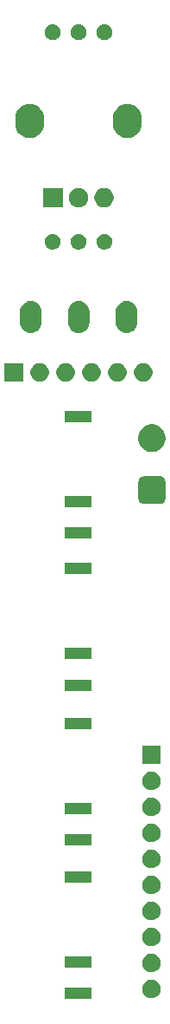
<source format=gbs>
G04 #@! TF.GenerationSoftware,KiCad,Pcbnew,(5.1.5-0-10_14)*
G04 #@! TF.CreationDate,2020-09-23T15:18:55-04:00*
G04 #@! TF.ProjectId,AYOMSM - VCA Control Board,41594f4d-534d-4202-9d20-56434120436f,1.1*
G04 #@! TF.SameCoordinates,Original*
G04 #@! TF.FileFunction,Soldermask,Bot*
G04 #@! TF.FilePolarity,Negative*
%FSLAX46Y46*%
G04 Gerber Fmt 4.6, Leading zero omitted, Abs format (unit mm)*
G04 Created by KiCad (PCBNEW (5.1.5-0-10_14)) date 2020-09-23 15:18:55*
%MOMM*%
%LPD*%
G04 APERTURE LIST*
%ADD10C,0.100000*%
G04 APERTURE END LIST*
D10*
G36*
X86772000Y-151811000D02*
G01*
X84170000Y-151811000D01*
X84170000Y-150709000D01*
X86772000Y-150709000D01*
X86772000Y-151811000D01*
G37*
G36*
X92760012Y-149928927D02*
G01*
X92909312Y-149958624D01*
X93073284Y-150026544D01*
X93220854Y-150125147D01*
X93346353Y-150250646D01*
X93444956Y-150398216D01*
X93512876Y-150562188D01*
X93547500Y-150736259D01*
X93547500Y-150913741D01*
X93512876Y-151087812D01*
X93444956Y-151251784D01*
X93346353Y-151399354D01*
X93220854Y-151524853D01*
X93073284Y-151623456D01*
X92909312Y-151691376D01*
X92760012Y-151721073D01*
X92735242Y-151726000D01*
X92557758Y-151726000D01*
X92532988Y-151721073D01*
X92383688Y-151691376D01*
X92219716Y-151623456D01*
X92072146Y-151524853D01*
X91946647Y-151399354D01*
X91848044Y-151251784D01*
X91780124Y-151087812D01*
X91745500Y-150913741D01*
X91745500Y-150736259D01*
X91780124Y-150562188D01*
X91848044Y-150398216D01*
X91946647Y-150250646D01*
X92072146Y-150125147D01*
X92219716Y-150026544D01*
X92383688Y-149958624D01*
X92532988Y-149928927D01*
X92557758Y-149924000D01*
X92735242Y-149924000D01*
X92760012Y-149928927D01*
G37*
G36*
X92760012Y-147388927D02*
G01*
X92909312Y-147418624D01*
X93073284Y-147486544D01*
X93220854Y-147585147D01*
X93346353Y-147710646D01*
X93444956Y-147858216D01*
X93512876Y-148022188D01*
X93547500Y-148196259D01*
X93547500Y-148373741D01*
X93512876Y-148547812D01*
X93444956Y-148711784D01*
X93346353Y-148859354D01*
X93220854Y-148984853D01*
X93073284Y-149083456D01*
X92909312Y-149151376D01*
X92760012Y-149181073D01*
X92735242Y-149186000D01*
X92557758Y-149186000D01*
X92532988Y-149181073D01*
X92383688Y-149151376D01*
X92219716Y-149083456D01*
X92072146Y-148984853D01*
X91946647Y-148859354D01*
X91848044Y-148711784D01*
X91780124Y-148547812D01*
X91745500Y-148373741D01*
X91745500Y-148196259D01*
X91780124Y-148022188D01*
X91848044Y-147858216D01*
X91946647Y-147710646D01*
X92072146Y-147585147D01*
X92219716Y-147486544D01*
X92383688Y-147418624D01*
X92532988Y-147388927D01*
X92557758Y-147384000D01*
X92735242Y-147384000D01*
X92760012Y-147388927D01*
G37*
G36*
X86772000Y-148711000D02*
G01*
X84170000Y-148711000D01*
X84170000Y-147609000D01*
X86772000Y-147609000D01*
X86772000Y-148711000D01*
G37*
G36*
X92760012Y-144848927D02*
G01*
X92909312Y-144878624D01*
X93073284Y-144946544D01*
X93220854Y-145045147D01*
X93346353Y-145170646D01*
X93444956Y-145318216D01*
X93512876Y-145482188D01*
X93547500Y-145656259D01*
X93547500Y-145833741D01*
X93512876Y-146007812D01*
X93444956Y-146171784D01*
X93346353Y-146319354D01*
X93220854Y-146444853D01*
X93073284Y-146543456D01*
X92909312Y-146611376D01*
X92760012Y-146641073D01*
X92735242Y-146646000D01*
X92557758Y-146646000D01*
X92532988Y-146641073D01*
X92383688Y-146611376D01*
X92219716Y-146543456D01*
X92072146Y-146444853D01*
X91946647Y-146319354D01*
X91848044Y-146171784D01*
X91780124Y-146007812D01*
X91745500Y-145833741D01*
X91745500Y-145656259D01*
X91780124Y-145482188D01*
X91848044Y-145318216D01*
X91946647Y-145170646D01*
X92072146Y-145045147D01*
X92219716Y-144946544D01*
X92383688Y-144878624D01*
X92532988Y-144848927D01*
X92557758Y-144844000D01*
X92735242Y-144844000D01*
X92760012Y-144848927D01*
G37*
G36*
X92760012Y-142308927D02*
G01*
X92909312Y-142338624D01*
X93073284Y-142406544D01*
X93220854Y-142505147D01*
X93346353Y-142630646D01*
X93444956Y-142778216D01*
X93512876Y-142942188D01*
X93547500Y-143116259D01*
X93547500Y-143293741D01*
X93512876Y-143467812D01*
X93444956Y-143631784D01*
X93346353Y-143779354D01*
X93220854Y-143904853D01*
X93073284Y-144003456D01*
X92909312Y-144071376D01*
X92760012Y-144101073D01*
X92735242Y-144106000D01*
X92557758Y-144106000D01*
X92532988Y-144101073D01*
X92383688Y-144071376D01*
X92219716Y-144003456D01*
X92072146Y-143904853D01*
X91946647Y-143779354D01*
X91848044Y-143631784D01*
X91780124Y-143467812D01*
X91745500Y-143293741D01*
X91745500Y-143116259D01*
X91780124Y-142942188D01*
X91848044Y-142778216D01*
X91946647Y-142630646D01*
X92072146Y-142505147D01*
X92219716Y-142406544D01*
X92383688Y-142338624D01*
X92532988Y-142308927D01*
X92557758Y-142304000D01*
X92735242Y-142304000D01*
X92760012Y-142308927D01*
G37*
G36*
X92760012Y-139768927D02*
G01*
X92909312Y-139798624D01*
X93073284Y-139866544D01*
X93220854Y-139965147D01*
X93346353Y-140090646D01*
X93444956Y-140238216D01*
X93512876Y-140402188D01*
X93547500Y-140576259D01*
X93547500Y-140753741D01*
X93512876Y-140927812D01*
X93444956Y-141091784D01*
X93346353Y-141239354D01*
X93220854Y-141364853D01*
X93073284Y-141463456D01*
X92909312Y-141531376D01*
X92760012Y-141561073D01*
X92735242Y-141566000D01*
X92557758Y-141566000D01*
X92532988Y-141561073D01*
X92383688Y-141531376D01*
X92219716Y-141463456D01*
X92072146Y-141364853D01*
X91946647Y-141239354D01*
X91848044Y-141091784D01*
X91780124Y-140927812D01*
X91745500Y-140753741D01*
X91745500Y-140576259D01*
X91780124Y-140402188D01*
X91848044Y-140238216D01*
X91946647Y-140090646D01*
X92072146Y-139965147D01*
X92219716Y-139866544D01*
X92383688Y-139798624D01*
X92532988Y-139768927D01*
X92557758Y-139764000D01*
X92735242Y-139764000D01*
X92760012Y-139768927D01*
G37*
G36*
X86772000Y-140411000D02*
G01*
X84170000Y-140411000D01*
X84170000Y-139309000D01*
X86772000Y-139309000D01*
X86772000Y-140411000D01*
G37*
G36*
X92760012Y-137228927D02*
G01*
X92909312Y-137258624D01*
X93073284Y-137326544D01*
X93220854Y-137425147D01*
X93346353Y-137550646D01*
X93444956Y-137698216D01*
X93512876Y-137862188D01*
X93547500Y-138036259D01*
X93547500Y-138213741D01*
X93512876Y-138387812D01*
X93444956Y-138551784D01*
X93346353Y-138699354D01*
X93220854Y-138824853D01*
X93073284Y-138923456D01*
X92909312Y-138991376D01*
X92760012Y-139021073D01*
X92735242Y-139026000D01*
X92557758Y-139026000D01*
X92532988Y-139021073D01*
X92383688Y-138991376D01*
X92219716Y-138923456D01*
X92072146Y-138824853D01*
X91946647Y-138699354D01*
X91848044Y-138551784D01*
X91780124Y-138387812D01*
X91745500Y-138213741D01*
X91745500Y-138036259D01*
X91780124Y-137862188D01*
X91848044Y-137698216D01*
X91946647Y-137550646D01*
X92072146Y-137425147D01*
X92219716Y-137326544D01*
X92383688Y-137258624D01*
X92532988Y-137228927D01*
X92557758Y-137224000D01*
X92735242Y-137224000D01*
X92760012Y-137228927D01*
G37*
G36*
X86772000Y-136825000D02*
G01*
X84170000Y-136825000D01*
X84170000Y-135723000D01*
X86772000Y-135723000D01*
X86772000Y-136825000D01*
G37*
G36*
X92760012Y-134688927D02*
G01*
X92909312Y-134718624D01*
X93073284Y-134786544D01*
X93220854Y-134885147D01*
X93346353Y-135010646D01*
X93444956Y-135158216D01*
X93512876Y-135322188D01*
X93547500Y-135496259D01*
X93547500Y-135673741D01*
X93512876Y-135847812D01*
X93444956Y-136011784D01*
X93346353Y-136159354D01*
X93220854Y-136284853D01*
X93073284Y-136383456D01*
X92909312Y-136451376D01*
X92760012Y-136481073D01*
X92735242Y-136486000D01*
X92557758Y-136486000D01*
X92532988Y-136481073D01*
X92383688Y-136451376D01*
X92219716Y-136383456D01*
X92072146Y-136284853D01*
X91946647Y-136159354D01*
X91848044Y-136011784D01*
X91780124Y-135847812D01*
X91745500Y-135673741D01*
X91745500Y-135496259D01*
X91780124Y-135322188D01*
X91848044Y-135158216D01*
X91946647Y-135010646D01*
X92072146Y-134885147D01*
X92219716Y-134786544D01*
X92383688Y-134718624D01*
X92532988Y-134688927D01*
X92557758Y-134684000D01*
X92735242Y-134684000D01*
X92760012Y-134688927D01*
G37*
G36*
X92760012Y-132148927D02*
G01*
X92909312Y-132178624D01*
X93073284Y-132246544D01*
X93220854Y-132345147D01*
X93346353Y-132470646D01*
X93444956Y-132618216D01*
X93512876Y-132782188D01*
X93547500Y-132956259D01*
X93547500Y-133133741D01*
X93512876Y-133307812D01*
X93444956Y-133471784D01*
X93346353Y-133619354D01*
X93220854Y-133744853D01*
X93073284Y-133843456D01*
X92909312Y-133911376D01*
X92760012Y-133941073D01*
X92735242Y-133946000D01*
X92557758Y-133946000D01*
X92532988Y-133941073D01*
X92383688Y-133911376D01*
X92219716Y-133843456D01*
X92072146Y-133744853D01*
X91946647Y-133619354D01*
X91848044Y-133471784D01*
X91780124Y-133307812D01*
X91745500Y-133133741D01*
X91745500Y-132956259D01*
X91780124Y-132782188D01*
X91848044Y-132618216D01*
X91946647Y-132470646D01*
X92072146Y-132345147D01*
X92219716Y-132246544D01*
X92383688Y-132178624D01*
X92532988Y-132148927D01*
X92557758Y-132144000D01*
X92735242Y-132144000D01*
X92760012Y-132148927D01*
G37*
G36*
X86772000Y-133725000D02*
G01*
X84170000Y-133725000D01*
X84170000Y-132623000D01*
X86772000Y-132623000D01*
X86772000Y-133725000D01*
G37*
G36*
X92760012Y-129608927D02*
G01*
X92909312Y-129638624D01*
X93073284Y-129706544D01*
X93220854Y-129805147D01*
X93346353Y-129930646D01*
X93444956Y-130078216D01*
X93512876Y-130242188D01*
X93547500Y-130416259D01*
X93547500Y-130593741D01*
X93512876Y-130767812D01*
X93444956Y-130931784D01*
X93346353Y-131079354D01*
X93220854Y-131204853D01*
X93073284Y-131303456D01*
X92909312Y-131371376D01*
X92760012Y-131401073D01*
X92735242Y-131406000D01*
X92557758Y-131406000D01*
X92532988Y-131401073D01*
X92383688Y-131371376D01*
X92219716Y-131303456D01*
X92072146Y-131204853D01*
X91946647Y-131079354D01*
X91848044Y-130931784D01*
X91780124Y-130767812D01*
X91745500Y-130593741D01*
X91745500Y-130416259D01*
X91780124Y-130242188D01*
X91848044Y-130078216D01*
X91946647Y-129930646D01*
X92072146Y-129805147D01*
X92219716Y-129706544D01*
X92383688Y-129638624D01*
X92532988Y-129608927D01*
X92557758Y-129604000D01*
X92735242Y-129604000D01*
X92760012Y-129608927D01*
G37*
G36*
X93547500Y-128866000D02*
G01*
X91745500Y-128866000D01*
X91745500Y-127064000D01*
X93547500Y-127064000D01*
X93547500Y-128866000D01*
G37*
G36*
X86772000Y-125425000D02*
G01*
X84170000Y-125425000D01*
X84170000Y-124323000D01*
X86772000Y-124323000D01*
X86772000Y-125425000D01*
G37*
G36*
X86772000Y-121712000D02*
G01*
X84170000Y-121712000D01*
X84170000Y-120610000D01*
X86772000Y-120610000D01*
X86772000Y-121712000D01*
G37*
G36*
X86772000Y-118612000D02*
G01*
X84170000Y-118612000D01*
X84170000Y-117510000D01*
X86772000Y-117510000D01*
X86772000Y-118612000D01*
G37*
G36*
X86772000Y-110312000D02*
G01*
X84170000Y-110312000D01*
X84170000Y-109210000D01*
X86772000Y-109210000D01*
X86772000Y-110312000D01*
G37*
G36*
X86772000Y-106853000D02*
G01*
X84170000Y-106853000D01*
X84170000Y-105751000D01*
X86772000Y-105751000D01*
X86772000Y-106853000D01*
G37*
G36*
X86772000Y-103753000D02*
G01*
X84170000Y-103753000D01*
X84170000Y-102651000D01*
X86772000Y-102651000D01*
X86772000Y-103753000D01*
G37*
G36*
X93567473Y-100769371D02*
G01*
X93682353Y-100804220D01*
X93788228Y-100860811D01*
X93881029Y-100936971D01*
X93957189Y-101029772D01*
X94013780Y-101135647D01*
X94048629Y-101250527D01*
X94061000Y-101376140D01*
X94061000Y-102839860D01*
X94048629Y-102965473D01*
X94013780Y-103080353D01*
X93957189Y-103186228D01*
X93881029Y-103279029D01*
X93788228Y-103355189D01*
X93682353Y-103411780D01*
X93567473Y-103446629D01*
X93441860Y-103459000D01*
X91978140Y-103459000D01*
X91852527Y-103446629D01*
X91737647Y-103411780D01*
X91631772Y-103355189D01*
X91538971Y-103279029D01*
X91462811Y-103186228D01*
X91406220Y-103080353D01*
X91371371Y-102965473D01*
X91359000Y-102839860D01*
X91359000Y-101376140D01*
X91371371Y-101250527D01*
X91406220Y-101135647D01*
X91462811Y-101029772D01*
X91538971Y-100936971D01*
X91631772Y-100860811D01*
X91737647Y-100804220D01*
X91852527Y-100769371D01*
X91978140Y-100757000D01*
X93441860Y-100757000D01*
X93567473Y-100769371D01*
G37*
G36*
X93104072Y-95728918D02*
G01*
X93349939Y-95830759D01*
X93571212Y-95978610D01*
X93759390Y-96166788D01*
X93907241Y-96388061D01*
X94009082Y-96633928D01*
X94061000Y-96894938D01*
X94061000Y-97161062D01*
X94009082Y-97422072D01*
X93907241Y-97667939D01*
X93759390Y-97889212D01*
X93571212Y-98077390D01*
X93349939Y-98225241D01*
X93349938Y-98225242D01*
X93349937Y-98225242D01*
X93104072Y-98327082D01*
X92843063Y-98379000D01*
X92576937Y-98379000D01*
X92315928Y-98327082D01*
X92070063Y-98225242D01*
X92070062Y-98225242D01*
X92070061Y-98225241D01*
X91848788Y-98077390D01*
X91660610Y-97889212D01*
X91512759Y-97667939D01*
X91410918Y-97422072D01*
X91359000Y-97161062D01*
X91359000Y-96894938D01*
X91410918Y-96633928D01*
X91512759Y-96388061D01*
X91660610Y-96166788D01*
X91848788Y-95978610D01*
X92070061Y-95830759D01*
X92315928Y-95728918D01*
X92576937Y-95677000D01*
X92843063Y-95677000D01*
X93104072Y-95728918D01*
G37*
G36*
X86772000Y-95453000D02*
G01*
X84170000Y-95453000D01*
X84170000Y-94351000D01*
X86772000Y-94351000D01*
X86772000Y-95453000D01*
G37*
G36*
X89423512Y-89718427D02*
G01*
X89572812Y-89748124D01*
X89736784Y-89816044D01*
X89884354Y-89914647D01*
X90009853Y-90040146D01*
X90108456Y-90187716D01*
X90176376Y-90351688D01*
X90211000Y-90525759D01*
X90211000Y-90703241D01*
X90176376Y-90877312D01*
X90108456Y-91041284D01*
X90009853Y-91188854D01*
X89884354Y-91314353D01*
X89736784Y-91412956D01*
X89572812Y-91480876D01*
X89423512Y-91510573D01*
X89398742Y-91515500D01*
X89221258Y-91515500D01*
X89196488Y-91510573D01*
X89047188Y-91480876D01*
X88883216Y-91412956D01*
X88735646Y-91314353D01*
X88610147Y-91188854D01*
X88511544Y-91041284D01*
X88443624Y-90877312D01*
X88409000Y-90703241D01*
X88409000Y-90525759D01*
X88443624Y-90351688D01*
X88511544Y-90187716D01*
X88610147Y-90040146D01*
X88735646Y-89914647D01*
X88883216Y-89816044D01*
X89047188Y-89748124D01*
X89196488Y-89718427D01*
X89221258Y-89713500D01*
X89398742Y-89713500D01*
X89423512Y-89718427D01*
G37*
G36*
X91963512Y-89718427D02*
G01*
X92112812Y-89748124D01*
X92276784Y-89816044D01*
X92424354Y-89914647D01*
X92549853Y-90040146D01*
X92648456Y-90187716D01*
X92716376Y-90351688D01*
X92751000Y-90525759D01*
X92751000Y-90703241D01*
X92716376Y-90877312D01*
X92648456Y-91041284D01*
X92549853Y-91188854D01*
X92424354Y-91314353D01*
X92276784Y-91412956D01*
X92112812Y-91480876D01*
X91963512Y-91510573D01*
X91938742Y-91515500D01*
X91761258Y-91515500D01*
X91736488Y-91510573D01*
X91587188Y-91480876D01*
X91423216Y-91412956D01*
X91275646Y-91314353D01*
X91150147Y-91188854D01*
X91051544Y-91041284D01*
X90983624Y-90877312D01*
X90949000Y-90703241D01*
X90949000Y-90525759D01*
X90983624Y-90351688D01*
X91051544Y-90187716D01*
X91150147Y-90040146D01*
X91275646Y-89914647D01*
X91423216Y-89816044D01*
X91587188Y-89748124D01*
X91736488Y-89718427D01*
X91761258Y-89713500D01*
X91938742Y-89713500D01*
X91963512Y-89718427D01*
G37*
G36*
X86883512Y-89718427D02*
G01*
X87032812Y-89748124D01*
X87196784Y-89816044D01*
X87344354Y-89914647D01*
X87469853Y-90040146D01*
X87568456Y-90187716D01*
X87636376Y-90351688D01*
X87671000Y-90525759D01*
X87671000Y-90703241D01*
X87636376Y-90877312D01*
X87568456Y-91041284D01*
X87469853Y-91188854D01*
X87344354Y-91314353D01*
X87196784Y-91412956D01*
X87032812Y-91480876D01*
X86883512Y-91510573D01*
X86858742Y-91515500D01*
X86681258Y-91515500D01*
X86656488Y-91510573D01*
X86507188Y-91480876D01*
X86343216Y-91412956D01*
X86195646Y-91314353D01*
X86070147Y-91188854D01*
X85971544Y-91041284D01*
X85903624Y-90877312D01*
X85869000Y-90703241D01*
X85869000Y-90525759D01*
X85903624Y-90351688D01*
X85971544Y-90187716D01*
X86070147Y-90040146D01*
X86195646Y-89914647D01*
X86343216Y-89816044D01*
X86507188Y-89748124D01*
X86656488Y-89718427D01*
X86681258Y-89713500D01*
X86858742Y-89713500D01*
X86883512Y-89718427D01*
G37*
G36*
X84343512Y-89718427D02*
G01*
X84492812Y-89748124D01*
X84656784Y-89816044D01*
X84804354Y-89914647D01*
X84929853Y-90040146D01*
X85028456Y-90187716D01*
X85096376Y-90351688D01*
X85131000Y-90525759D01*
X85131000Y-90703241D01*
X85096376Y-90877312D01*
X85028456Y-91041284D01*
X84929853Y-91188854D01*
X84804354Y-91314353D01*
X84656784Y-91412956D01*
X84492812Y-91480876D01*
X84343512Y-91510573D01*
X84318742Y-91515500D01*
X84141258Y-91515500D01*
X84116488Y-91510573D01*
X83967188Y-91480876D01*
X83803216Y-91412956D01*
X83655646Y-91314353D01*
X83530147Y-91188854D01*
X83431544Y-91041284D01*
X83363624Y-90877312D01*
X83329000Y-90703241D01*
X83329000Y-90525759D01*
X83363624Y-90351688D01*
X83431544Y-90187716D01*
X83530147Y-90040146D01*
X83655646Y-89914647D01*
X83803216Y-89816044D01*
X83967188Y-89748124D01*
X84116488Y-89718427D01*
X84141258Y-89713500D01*
X84318742Y-89713500D01*
X84343512Y-89718427D01*
G37*
G36*
X81803512Y-89718427D02*
G01*
X81952812Y-89748124D01*
X82116784Y-89816044D01*
X82264354Y-89914647D01*
X82389853Y-90040146D01*
X82488456Y-90187716D01*
X82556376Y-90351688D01*
X82591000Y-90525759D01*
X82591000Y-90703241D01*
X82556376Y-90877312D01*
X82488456Y-91041284D01*
X82389853Y-91188854D01*
X82264354Y-91314353D01*
X82116784Y-91412956D01*
X81952812Y-91480876D01*
X81803512Y-91510573D01*
X81778742Y-91515500D01*
X81601258Y-91515500D01*
X81576488Y-91510573D01*
X81427188Y-91480876D01*
X81263216Y-91412956D01*
X81115646Y-91314353D01*
X80990147Y-91188854D01*
X80891544Y-91041284D01*
X80823624Y-90877312D01*
X80789000Y-90703241D01*
X80789000Y-90525759D01*
X80823624Y-90351688D01*
X80891544Y-90187716D01*
X80990147Y-90040146D01*
X81115646Y-89914647D01*
X81263216Y-89816044D01*
X81427188Y-89748124D01*
X81576488Y-89718427D01*
X81601258Y-89713500D01*
X81778742Y-89713500D01*
X81803512Y-89718427D01*
G37*
G36*
X80051000Y-91515500D02*
G01*
X78249000Y-91515500D01*
X78249000Y-89713500D01*
X80051000Y-89713500D01*
X80051000Y-91515500D01*
G37*
G36*
X81028832Y-83654007D02*
G01*
X81226946Y-83714105D01*
X81226949Y-83714106D01*
X81323775Y-83765861D01*
X81409529Y-83811697D01*
X81569565Y-83943035D01*
X81700903Y-84103071D01*
X81746739Y-84188825D01*
X81798494Y-84285651D01*
X81798495Y-84285654D01*
X81858593Y-84483768D01*
X81873800Y-84638170D01*
X81873800Y-85741430D01*
X81858593Y-85895832D01*
X81798495Y-86093945D01*
X81798494Y-86093949D01*
X81746739Y-86190775D01*
X81700903Y-86276529D01*
X81569565Y-86436565D01*
X81409529Y-86567903D01*
X81292830Y-86630279D01*
X81226948Y-86665494D01*
X81226945Y-86665495D01*
X81028831Y-86725593D01*
X80822800Y-86745885D01*
X80616768Y-86725593D01*
X80418654Y-86665495D01*
X80418651Y-86665494D01*
X80321825Y-86613739D01*
X80236071Y-86567903D01*
X80076035Y-86436565D01*
X79944697Y-86276529D01*
X79847107Y-86093949D01*
X79847106Y-86093948D01*
X79847105Y-86093945D01*
X79787007Y-85895831D01*
X79771800Y-85741429D01*
X79771800Y-84638169D01*
X79787007Y-84483770D01*
X79847105Y-84285653D01*
X79921984Y-84145565D01*
X79944698Y-84103071D01*
X80076036Y-83943035D01*
X80236072Y-83811697D01*
X80321826Y-83765861D01*
X80418652Y-83714106D01*
X80418655Y-83714105D01*
X80616769Y-83654007D01*
X80822800Y-83633715D01*
X81028832Y-83654007D01*
G37*
G36*
X85728832Y-83654007D02*
G01*
X85926946Y-83714105D01*
X85926949Y-83714106D01*
X86023775Y-83765861D01*
X86109529Y-83811697D01*
X86269565Y-83943035D01*
X86400903Y-84103071D01*
X86446739Y-84188825D01*
X86498494Y-84285651D01*
X86498495Y-84285654D01*
X86558593Y-84483768D01*
X86573800Y-84638170D01*
X86573800Y-85741430D01*
X86558593Y-85895832D01*
X86498495Y-86093945D01*
X86498494Y-86093949D01*
X86446739Y-86190775D01*
X86400903Y-86276529D01*
X86269565Y-86436565D01*
X86109529Y-86567903D01*
X85992830Y-86630279D01*
X85926948Y-86665494D01*
X85926945Y-86665495D01*
X85728831Y-86725593D01*
X85522800Y-86745885D01*
X85316768Y-86725593D01*
X85118654Y-86665495D01*
X85118651Y-86665494D01*
X85021825Y-86613739D01*
X84936071Y-86567903D01*
X84776035Y-86436565D01*
X84644697Y-86276529D01*
X84547107Y-86093949D01*
X84547106Y-86093948D01*
X84547105Y-86093945D01*
X84487007Y-85895831D01*
X84471800Y-85741429D01*
X84471800Y-84638169D01*
X84487007Y-84483770D01*
X84547105Y-84285653D01*
X84621984Y-84145565D01*
X84644698Y-84103071D01*
X84776036Y-83943035D01*
X84936072Y-83811697D01*
X85021826Y-83765861D01*
X85118652Y-83714106D01*
X85118655Y-83714105D01*
X85316769Y-83654007D01*
X85522800Y-83633715D01*
X85728832Y-83654007D01*
G37*
G36*
X90428832Y-83654007D02*
G01*
X90626946Y-83714105D01*
X90626949Y-83714106D01*
X90723775Y-83765861D01*
X90809529Y-83811697D01*
X90969565Y-83943035D01*
X91100903Y-84103071D01*
X91146739Y-84188825D01*
X91198494Y-84285651D01*
X91198495Y-84285654D01*
X91258593Y-84483768D01*
X91273800Y-84638170D01*
X91273800Y-85741430D01*
X91258593Y-85895832D01*
X91198495Y-86093945D01*
X91198494Y-86093949D01*
X91146739Y-86190775D01*
X91100903Y-86276529D01*
X90969565Y-86436565D01*
X90809529Y-86567903D01*
X90692830Y-86630279D01*
X90626948Y-86665494D01*
X90626945Y-86665495D01*
X90428831Y-86725593D01*
X90222800Y-86745885D01*
X90016768Y-86725593D01*
X89818654Y-86665495D01*
X89818651Y-86665494D01*
X89721825Y-86613739D01*
X89636071Y-86567903D01*
X89476035Y-86436565D01*
X89344697Y-86276529D01*
X89247107Y-86093949D01*
X89247106Y-86093948D01*
X89247105Y-86093945D01*
X89187007Y-85895831D01*
X89171800Y-85741429D01*
X89171800Y-84638169D01*
X89187007Y-84483770D01*
X89247105Y-84285653D01*
X89321984Y-84145565D01*
X89344698Y-84103071D01*
X89476036Y-83943035D01*
X89636072Y-83811697D01*
X89721826Y-83765861D01*
X89818652Y-83714106D01*
X89818655Y-83714105D01*
X90016769Y-83654007D01*
X90222800Y-83633715D01*
X90428832Y-83654007D01*
G37*
G36*
X88155589Y-77089876D02*
G01*
X88254893Y-77109629D01*
X88395206Y-77167748D01*
X88521484Y-77252125D01*
X88628875Y-77359516D01*
X88713252Y-77485794D01*
X88771371Y-77626107D01*
X88801000Y-77775063D01*
X88801000Y-77926937D01*
X88771371Y-78075893D01*
X88713252Y-78216206D01*
X88628875Y-78342484D01*
X88521484Y-78449875D01*
X88395206Y-78534252D01*
X88254893Y-78592371D01*
X88155589Y-78612124D01*
X88105938Y-78622000D01*
X87954062Y-78622000D01*
X87904411Y-78612124D01*
X87805107Y-78592371D01*
X87664794Y-78534252D01*
X87538516Y-78449875D01*
X87431125Y-78342484D01*
X87346748Y-78216206D01*
X87288629Y-78075893D01*
X87259000Y-77926937D01*
X87259000Y-77775063D01*
X87288629Y-77626107D01*
X87346748Y-77485794D01*
X87431125Y-77359516D01*
X87538516Y-77252125D01*
X87664794Y-77167748D01*
X87805107Y-77109629D01*
X87904411Y-77089876D01*
X87954062Y-77080000D01*
X88105938Y-77080000D01*
X88155589Y-77089876D01*
G37*
G36*
X85615589Y-77089876D02*
G01*
X85714893Y-77109629D01*
X85855206Y-77167748D01*
X85981484Y-77252125D01*
X86088875Y-77359516D01*
X86173252Y-77485794D01*
X86231371Y-77626107D01*
X86261000Y-77775063D01*
X86261000Y-77926937D01*
X86231371Y-78075893D01*
X86173252Y-78216206D01*
X86088875Y-78342484D01*
X85981484Y-78449875D01*
X85855206Y-78534252D01*
X85714893Y-78592371D01*
X85615589Y-78612124D01*
X85565938Y-78622000D01*
X85414062Y-78622000D01*
X85364411Y-78612124D01*
X85265107Y-78592371D01*
X85124794Y-78534252D01*
X84998516Y-78449875D01*
X84891125Y-78342484D01*
X84806748Y-78216206D01*
X84748629Y-78075893D01*
X84719000Y-77926937D01*
X84719000Y-77775063D01*
X84748629Y-77626107D01*
X84806748Y-77485794D01*
X84891125Y-77359516D01*
X84998516Y-77252125D01*
X85124794Y-77167748D01*
X85265107Y-77109629D01*
X85364411Y-77089876D01*
X85414062Y-77080000D01*
X85565938Y-77080000D01*
X85615589Y-77089876D01*
G37*
G36*
X83075589Y-77089876D02*
G01*
X83174893Y-77109629D01*
X83315206Y-77167748D01*
X83441484Y-77252125D01*
X83548875Y-77359516D01*
X83633252Y-77485794D01*
X83691371Y-77626107D01*
X83721000Y-77775063D01*
X83721000Y-77926937D01*
X83691371Y-78075893D01*
X83633252Y-78216206D01*
X83548875Y-78342484D01*
X83441484Y-78449875D01*
X83315206Y-78534252D01*
X83174893Y-78592371D01*
X83075589Y-78612124D01*
X83025938Y-78622000D01*
X82874062Y-78622000D01*
X82824411Y-78612124D01*
X82725107Y-78592371D01*
X82584794Y-78534252D01*
X82458516Y-78449875D01*
X82351125Y-78342484D01*
X82266748Y-78216206D01*
X82208629Y-78075893D01*
X82179000Y-77926937D01*
X82179000Y-77775063D01*
X82208629Y-77626107D01*
X82266748Y-77485794D01*
X82351125Y-77359516D01*
X82458516Y-77252125D01*
X82584794Y-77167748D01*
X82725107Y-77109629D01*
X82824411Y-77089876D01*
X82874062Y-77080000D01*
X83025938Y-77080000D01*
X83075589Y-77089876D01*
G37*
G36*
X83951000Y-74507000D02*
G01*
X82049000Y-74507000D01*
X82049000Y-72605000D01*
X83951000Y-72605000D01*
X83951000Y-74507000D01*
G37*
G36*
X85777395Y-72641546D02*
G01*
X85950466Y-72713234D01*
X85950467Y-72713235D01*
X86106227Y-72817310D01*
X86238690Y-72949773D01*
X86238691Y-72949775D01*
X86342766Y-73105534D01*
X86414454Y-73278605D01*
X86451000Y-73462333D01*
X86451000Y-73649667D01*
X86414454Y-73833395D01*
X86342766Y-74006466D01*
X86342765Y-74006467D01*
X86238690Y-74162227D01*
X86106227Y-74294690D01*
X86027818Y-74347081D01*
X85950466Y-74398766D01*
X85777395Y-74470454D01*
X85593667Y-74507000D01*
X85406333Y-74507000D01*
X85222605Y-74470454D01*
X85049534Y-74398766D01*
X84972182Y-74347081D01*
X84893773Y-74294690D01*
X84761310Y-74162227D01*
X84657235Y-74006467D01*
X84657234Y-74006466D01*
X84585546Y-73833395D01*
X84549000Y-73649667D01*
X84549000Y-73462333D01*
X84585546Y-73278605D01*
X84657234Y-73105534D01*
X84761309Y-72949775D01*
X84761310Y-72949773D01*
X84893773Y-72817310D01*
X85049533Y-72713235D01*
X85049534Y-72713234D01*
X85222605Y-72641546D01*
X85406333Y-72605000D01*
X85593667Y-72605000D01*
X85777395Y-72641546D01*
G37*
G36*
X88277395Y-72641546D02*
G01*
X88450466Y-72713234D01*
X88450467Y-72713235D01*
X88606227Y-72817310D01*
X88738690Y-72949773D01*
X88738691Y-72949775D01*
X88842766Y-73105534D01*
X88914454Y-73278605D01*
X88951000Y-73462333D01*
X88951000Y-73649667D01*
X88914454Y-73833395D01*
X88842766Y-74006466D01*
X88842765Y-74006467D01*
X88738690Y-74162227D01*
X88606227Y-74294690D01*
X88527818Y-74347081D01*
X88450466Y-74398766D01*
X88277395Y-74470454D01*
X88093667Y-74507000D01*
X87906333Y-74507000D01*
X87722605Y-74470454D01*
X87549534Y-74398766D01*
X87472182Y-74347081D01*
X87393773Y-74294690D01*
X87261310Y-74162227D01*
X87157235Y-74006467D01*
X87157234Y-74006466D01*
X87085546Y-73833395D01*
X87049000Y-73649667D01*
X87049000Y-73462333D01*
X87085546Y-73278605D01*
X87157234Y-73105534D01*
X87261309Y-72949775D01*
X87261310Y-72949773D01*
X87393773Y-72817310D01*
X87549533Y-72713235D01*
X87549534Y-72713234D01*
X87722605Y-72641546D01*
X87906333Y-72605000D01*
X88093667Y-72605000D01*
X88277395Y-72641546D01*
G37*
G36*
X90576604Y-64405416D02*
G01*
X90842579Y-64486099D01*
X90842581Y-64486100D01*
X91087701Y-64617119D01*
X91302556Y-64793444D01*
X91478881Y-65008299D01*
X91609900Y-65253418D01*
X91609900Y-65253419D01*
X91609901Y-65253421D01*
X91690584Y-65519397D01*
X91711000Y-65726685D01*
X91711000Y-66385316D01*
X91690584Y-66592604D01*
X91609901Y-66858578D01*
X91609900Y-66858581D01*
X91478881Y-67103701D01*
X91302556Y-67318556D01*
X91087700Y-67494881D01*
X90842580Y-67625900D01*
X90842578Y-67625901D01*
X90576603Y-67706584D01*
X90300000Y-67733827D01*
X90023396Y-67706584D01*
X89757421Y-67625901D01*
X89757419Y-67625900D01*
X89512299Y-67494881D01*
X89297444Y-67318556D01*
X89121119Y-67103700D01*
X88990100Y-66858580D01*
X88990099Y-66858578D01*
X88909416Y-66592603D01*
X88889000Y-66385315D01*
X88889000Y-65726684D01*
X88909416Y-65519396D01*
X88990099Y-65253421D01*
X89121120Y-65008298D01*
X89297444Y-64793444D01*
X89512300Y-64617119D01*
X89757420Y-64486100D01*
X89757422Y-64486099D01*
X90023397Y-64405416D01*
X90300000Y-64378173D01*
X90576604Y-64405416D01*
G37*
G36*
X80976604Y-64405416D02*
G01*
X81242579Y-64486099D01*
X81242581Y-64486100D01*
X81487701Y-64617119D01*
X81702556Y-64793444D01*
X81878881Y-65008299D01*
X82009900Y-65253418D01*
X82009900Y-65253419D01*
X82009901Y-65253421D01*
X82090584Y-65519397D01*
X82111000Y-65726685D01*
X82111000Y-66385316D01*
X82090584Y-66592604D01*
X82009901Y-66858578D01*
X82009900Y-66858581D01*
X81878881Y-67103701D01*
X81702556Y-67318556D01*
X81487700Y-67494881D01*
X81242580Y-67625900D01*
X81242578Y-67625901D01*
X80976603Y-67706584D01*
X80700000Y-67733827D01*
X80423396Y-67706584D01*
X80157421Y-67625901D01*
X80157419Y-67625900D01*
X79912299Y-67494881D01*
X79697444Y-67318556D01*
X79521119Y-67103700D01*
X79390100Y-66858580D01*
X79390099Y-66858578D01*
X79309416Y-66592603D01*
X79289000Y-66385315D01*
X79289000Y-65726684D01*
X79309416Y-65519396D01*
X79390099Y-65253421D01*
X79521120Y-65008298D01*
X79697444Y-64793444D01*
X79912300Y-64617119D01*
X80157420Y-64486100D01*
X80157422Y-64486099D01*
X80423397Y-64405416D01*
X80700000Y-64378173D01*
X80976604Y-64405416D01*
G37*
G36*
X88175589Y-56642876D02*
G01*
X88274893Y-56662629D01*
X88415206Y-56720748D01*
X88541484Y-56805125D01*
X88648875Y-56912516D01*
X88733252Y-57038794D01*
X88791371Y-57179107D01*
X88821000Y-57328063D01*
X88821000Y-57479937D01*
X88791371Y-57628893D01*
X88733252Y-57769206D01*
X88648875Y-57895484D01*
X88541484Y-58002875D01*
X88415206Y-58087252D01*
X88274893Y-58145371D01*
X88175589Y-58165124D01*
X88125938Y-58175000D01*
X87974062Y-58175000D01*
X87924411Y-58165124D01*
X87825107Y-58145371D01*
X87684794Y-58087252D01*
X87558516Y-58002875D01*
X87451125Y-57895484D01*
X87366748Y-57769206D01*
X87308629Y-57628893D01*
X87279000Y-57479937D01*
X87279000Y-57328063D01*
X87308629Y-57179107D01*
X87366748Y-57038794D01*
X87451125Y-56912516D01*
X87558516Y-56805125D01*
X87684794Y-56720748D01*
X87825107Y-56662629D01*
X87924411Y-56642876D01*
X87974062Y-56633000D01*
X88125938Y-56633000D01*
X88175589Y-56642876D01*
G37*
G36*
X85635589Y-56642876D02*
G01*
X85734893Y-56662629D01*
X85875206Y-56720748D01*
X86001484Y-56805125D01*
X86108875Y-56912516D01*
X86193252Y-57038794D01*
X86251371Y-57179107D01*
X86281000Y-57328063D01*
X86281000Y-57479937D01*
X86251371Y-57628893D01*
X86193252Y-57769206D01*
X86108875Y-57895484D01*
X86001484Y-58002875D01*
X85875206Y-58087252D01*
X85734893Y-58145371D01*
X85635589Y-58165124D01*
X85585938Y-58175000D01*
X85434062Y-58175000D01*
X85384411Y-58165124D01*
X85285107Y-58145371D01*
X85144794Y-58087252D01*
X85018516Y-58002875D01*
X84911125Y-57895484D01*
X84826748Y-57769206D01*
X84768629Y-57628893D01*
X84739000Y-57479937D01*
X84739000Y-57328063D01*
X84768629Y-57179107D01*
X84826748Y-57038794D01*
X84911125Y-56912516D01*
X85018516Y-56805125D01*
X85144794Y-56720748D01*
X85285107Y-56662629D01*
X85384411Y-56642876D01*
X85434062Y-56633000D01*
X85585938Y-56633000D01*
X85635589Y-56642876D01*
G37*
G36*
X83095589Y-56642876D02*
G01*
X83194893Y-56662629D01*
X83335206Y-56720748D01*
X83461484Y-56805125D01*
X83568875Y-56912516D01*
X83653252Y-57038794D01*
X83711371Y-57179107D01*
X83741000Y-57328063D01*
X83741000Y-57479937D01*
X83711371Y-57628893D01*
X83653252Y-57769206D01*
X83568875Y-57895484D01*
X83461484Y-58002875D01*
X83335206Y-58087252D01*
X83194893Y-58145371D01*
X83095589Y-58165124D01*
X83045938Y-58175000D01*
X82894062Y-58175000D01*
X82844411Y-58165124D01*
X82745107Y-58145371D01*
X82604794Y-58087252D01*
X82478516Y-58002875D01*
X82371125Y-57895484D01*
X82286748Y-57769206D01*
X82228629Y-57628893D01*
X82199000Y-57479937D01*
X82199000Y-57328063D01*
X82228629Y-57179107D01*
X82286748Y-57038794D01*
X82371125Y-56912516D01*
X82478516Y-56805125D01*
X82604794Y-56720748D01*
X82745107Y-56662629D01*
X82844411Y-56642876D01*
X82894062Y-56633000D01*
X83045938Y-56633000D01*
X83095589Y-56642876D01*
G37*
M02*

</source>
